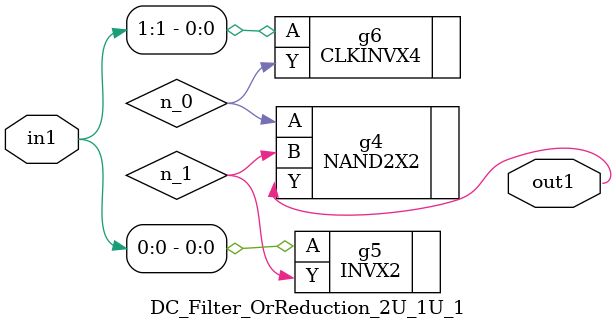
<source format=v>
`timescale 1ps / 1ps


module DC_Filter_OrReduction_2U_1U_1(in1, out1);
  input [1:0] in1;
  output out1;
  wire [1:0] in1;
  wire out1;
  wire n_0, n_1;
  NAND2X2 g4(.A (n_0), .B (n_1), .Y (out1));
  INVX2 g5(.A (in1[0]), .Y (n_1));
  CLKINVX4 g6(.A (in1[1]), .Y (n_0));
endmodule


</source>
